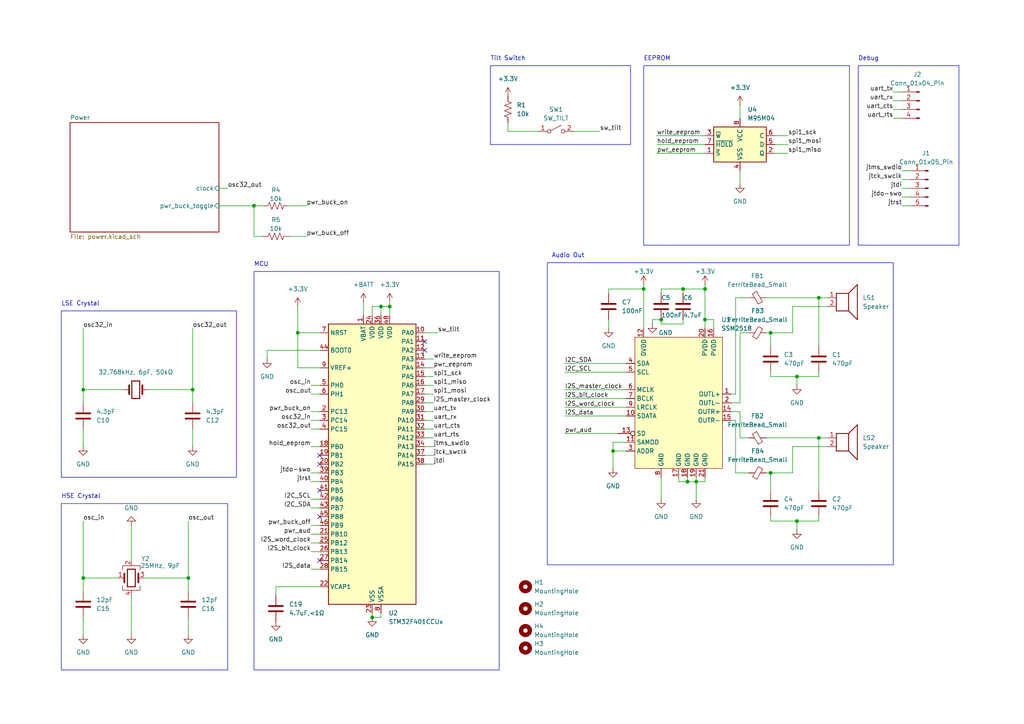
<source format=kicad_sch>
(kicad_sch (version 20231120) (generator "eeschema") (generator_version "8.0")
  (paper "A4")
  (lib_symbols
    (symbol "Connector:Conn_01x04_Pin" (pin_names (offset 1.016) hide)
      (property "Reference" "J" (at 0 5.08 0))
      (property "Value" "Conn_01x04_Pin" (at 0 -7.62 0))
      (symbol "Conn_01x04_Pin_1_1"
        (polyline (pts (xy 1.27 -5.08) (xy 0.8636 -5.08)) (stroke (width 0.1524)))
        (polyline (pts (xy 1.27 -2.54) (xy 0.8636 -2.54)) (stroke (width 0.1524)))
        (polyline (pts (xy 1.27 0) (xy 0.8636 0)) (stroke (width 0.1524)))
        (polyline (pts (xy 1.27 2.54) (xy 0.8636 2.54)) (stroke (width 0.1524)))
        (rectangle (start 0.8636 -4.953) (end 0 -5.207) (stroke (width 0.1524)) (fill (type outline)))
        (rectangle (start 0.8636 -2.413) (end 0 -2.667) (stroke (width 0.1524)) (fill (type outline)))
        (rectangle (start 0.8636 0.127) (end 0 -0.127) (stroke (width 0.1524)) (fill (type outline)))
        (rectangle (start 0.8636 2.667) (end 0 2.413) (stroke (width 0.1524)) (fill (type outline)))
        (pin passive line (at 5.08 2.54 180) (length 3.81) (name "Pin_1") (number "1"))
        (pin passive line (at 5.08 0 180) (length 3.81) (name "Pin_2") (number "2"))
        (pin passive line (at 5.08 -2.54 180) (length 3.81) (name "Pin_3") (number "3"))
        (pin passive line (at 5.08 -5.08 180) (length 3.81) (name "Pin_4") (number "4"))
      )
    )
    (symbol "Connector:Conn_01x05_Pin" (pin_names (offset 1.016) hide)
      (property "Reference" "J" (at 0 7.62 0))
      (property "Value" "Conn_01x05_Pin" (at 0 -7.62 0))
      (symbol "Conn_01x05_Pin_1_1"
        (polyline (pts (xy 1.27 -5.08) (xy 0.8636 -5.08)) (stroke (width 0.1524)))
        (polyline (pts (xy 1.27 -2.54) (xy 0.8636 -2.54)) (stroke (width 0.1524)))
        (polyline (pts (xy 1.27 0) (xy 0.8636 0)) (stroke (width 0.1524)))
        (polyline (pts (xy 1.27 2.54) (xy 0.8636 2.54)) (stroke (width 0.1524)))
        (polyline (pts (xy 1.27 5.08) (xy 0.8636 5.08)) (stroke (width 0.1524)))
        (rectangle (start 0.8636 -4.953) (end 0 -5.207) (stroke (width 0.1524)) (fill (type outline)))
        (rectangle (start 0.8636 -2.413) (end 0 -2.667) (stroke (width 0.1524)) (fill (type outline)))
        (rectangle (start 0.8636 0.127) (end 0 -0.127) (stroke (width 0.1524)) (fill (type outline)))
        (rectangle (start 0.8636 2.667) (end 0 2.413) (stroke (width 0.1524)) (fill (type outline)))
        (rectangle (start 0.8636 5.207) (end 0 4.953) (stroke (width 0.1524)) (fill (type outline)))
        (pin passive line (at 5.08 5.08 180) (length 3.81) (name "Pin_1") (number "1"))
        (pin passive line (at 5.08 2.54 180) (length 3.81) (name "Pin_2") (number "2"))
        (pin passive line (at 5.08 0 180) (length 3.81) (name "Pin_3") (number "3"))
        (pin passive line (at 5.08 -2.54 180) (length 3.81) (name "Pin_4") (number "4"))
        (pin passive line (at 5.08 -5.08 180) (length 3.81) (name "Pin_5") (number "5"))
      )
    )
    (symbol "Device:C" (pin_numbers hide) (pin_names (offset 0.254))
      (property "Reference" "C" (at 0.635 2.54 0))
      (property "Value" "C" (at 0.635 -2.54 0))
      (symbol "C_0_1"
        (polyline (pts (xy -2.032 -0.762) (xy 2.032 -0.762)) (stroke (width 0.508)))
        (polyline (pts (xy -2.032 0.762) (xy 2.032 0.762)) (stroke (width 0.508)))
      )
      (symbol "C_1_1"
        (pin passive line (at 0 3.81 270) (length 2.794) (name "~") (number "1"))
        (pin passive line (at 0 -3.81 90) (length 2.794) (name "~") (number "2"))
      )
    )
    (symbol "Device:Crystal" (pin_numbers hide) (pin_names (offset 1.016) hide)
      (property "Reference" "Y" (at 0 3.81 0))
      (property "Value" "Crystal" (at 0 -3.81 0))
      (symbol "Crystal_0_1"
        (rectangle (start -1.143 2.54) (end 1.143 -2.54) (stroke (width 0.3048)))
        (polyline (pts (xy -2.54 0) (xy -1.905 0)))
        (polyline (pts (xy -1.905 -1.27) (xy -1.905 1.27)) (stroke (width 0.508)))
        (polyline (pts (xy 1.905 -1.27) (xy 1.905 1.27)) (stroke (width 0.508)))
        (polyline (pts (xy 2.54 0) (xy 1.905 0)))
      )
      (symbol "Crystal_1_1"
        (pin passive line (at -3.81 0 0) (length 1.27) (name "1") (number "1"))
        (pin passive line (at 3.81 0 180) (length 1.27) (name "2") (number "2"))
      )
    )
    (symbol "Device:Crystal_GND24" (pin_names (offset 1.016) hide)
      (property "Reference" "Y" (at 3.175 5.08 0))
      (property "Value" "Crystal_GND24" (at 3.175 3.175 0))
      (symbol "Crystal_GND24_0_1"
        (rectangle (start -1.143 2.54) (end 1.143 -2.54) (stroke (width 0.3048)))
        (polyline (pts (xy -2.54 0) (xy -2.032 0)))
        (polyline (pts (xy -2.032 -1.27) (xy -2.032 1.27)) (stroke (width 0.508)))
        (polyline (pts (xy 0 -3.81) (xy 0 -3.556)))
        (polyline (pts (xy 0 3.556) (xy 0 3.81)))
        (polyline (pts (xy 2.032 -1.27) (xy 2.032 1.27)) (stroke (width 0.508)))
        (polyline (pts (xy 2.032 0) (xy 2.54 0)))
        (polyline (pts (xy -2.54 -2.286) (xy -2.54 -3.556) (xy 2.54 -3.556) (xy 2.54 -2.286)))
        (polyline (pts (xy -2.54 2.286) (xy -2.54 3.556) (xy 2.54 3.556) (xy 2.54 2.286)))
      )
      (symbol "Crystal_GND24_1_1"
        (pin passive line (at -3.81 0 0) (length 1.27) (name "1") (number "1"))
        (pin passive line (at 0 5.08 270) (length 1.27) (name "2") (number "2"))
        (pin passive line (at 3.81 0 180) (length 1.27) (name "3") (number "3"))
        (pin passive line (at 0 -5.08 90) (length 1.27) (name "4") (number "4"))
      )
    )
    (symbol "Device:FerriteBead_Small" (pin_numbers hide) (pin_names (offset 0))
      (property "Reference" "FB" (at 1.905 1.27 0))
      (property "Value" "FerriteBead_Small" (at 1.905 -1.27 0))
      (symbol "FerriteBead_Small_0_1"
        (polyline (pts (xy 0 -1.27) (xy 0 -0.7874)))
        (polyline (pts (xy 0 0.889) (xy 0 1.2954)))
        (polyline (pts (xy -1.8288 0.2794) (xy -1.1176 1.4986) (xy 1.8288 -0.2032) (xy 1.1176 -1.4224) (xy -1.8288 0.2794)))
      )
      (symbol "FerriteBead_Small_1_1"
        (pin passive line (at 0 2.54 270) (length 1.27) (name "~") (number "1"))
        (pin passive line (at 0 -2.54 90) (length 1.27) (name "~") (number "2"))
      )
    )
    (symbol "Device:R_US" (pin_numbers hide) (pin_names (offset 0))
      (property "Reference" "R" (at 2.54 0 90))
      (property "Value" "R_US" (at -2.54 0 90))
      (symbol "R_US_0_1"
        (polyline (pts (xy 0 -2.286) (xy 0 -2.54)))
        (polyline (pts (xy 0 2.286) (xy 0 2.54)))
        (polyline (pts (xy 0 -0.762) (xy 1.016 -1.143) (xy 0 -1.524) (xy -1.016 -1.905) (xy 0 -2.286)))
        (polyline (pts (xy 0 0.762) (xy 1.016 0.381) (xy 0 0) (xy -1.016 -0.381) (xy 0 -0.762)))
        (polyline (pts (xy 0 2.286) (xy 1.016 1.905) (xy 0 1.524) (xy -1.016 1.143) (xy 0 0.762)))
      )
      (symbol "R_US_1_1"
        (pin passive line (at 0 3.81 270) (length 1.27) (name "~") (number "1"))
        (pin passive line (at 0 -3.81 90) (length 1.27) (name "~") (number "2"))
      )
    )
    (symbol "Device:Speaker" (pin_names (offset 0) hide)
      (property "Reference" "LS" (at 1.27 5.715 0))
      (property "Value" "Speaker" (at 1.27 3.81 0))
      (symbol "Speaker_0_0"
        (rectangle (start -2.54 1.27) (end 1.016 -3.81) (stroke (width 0.254)))
        (polyline (pts (xy 1.016 1.27) (xy 3.556 3.81) (xy 3.556 -6.35) (xy 1.016 -3.81)) (stroke (width 0.254)))
      )
      (symbol "Speaker_1_1"
        (pin input line (at -5.08 0 0) (length 2.54) (name "1") (number "1"))
        (pin input line (at -5.08 -2.54 0) (length 2.54) (name "2") (number "2"))
      )
    )
    (symbol "Lou:SSM2518"
      (property "Reference" "U1" (at 13.97 16.51 0))
      (property "Value" "SSM2518" (at 13.97 13.97 0))
      (symbol "SSM2518_0_0"
        (pin output line (at 15.24 1.27 180) (length 2.54) (name "OUTL+") (number "1"))
        (pin input line (at -15.24 -5.08 0) (length 2.54) (name "SDATA") (number "10"))
        (pin input line (at -15.24 -12.7 0) (length 2.54) (name "SAMOD") (number "11"))
        (pin power_in line (at -10.16 20.32 270) (length 2.54) (name "DVDD") (number "12"))
        (pin output line (at 15.24 -3.81 180) (length 2.54) (name "OUTR+") (number "14"))
        (pin output line (at 15.24 -6.35 180) (length 2.54) (name "OUTR-") (number "15"))
        (pin power_in line (at 10.16 20.32 270) (length 2.54) (name "PVDD") (number "16"))
        (pin power_in line (at 0 -22.86 90) (length 2.54) (name "GND") (number "17"))
        (pin power_in line (at 2.54 -22.86 90) (length 2.54) (name "GND") (number "18"))
        (pin power_in line (at 5.08 -22.86 90) (length 2.54) (name "GND") (number "19"))
        (pin output line (at 15.24 -1.27 180) (length 2.54) (name "OUTL-") (number "2"))
        (pin power_in line (at 7.62 20.32 270) (length 2.54) (name "PVDD") (number "20"))
        (pin input line (at -15.24 -15.24 0) (length 2.54) (name "ADDR") (number "3"))
        (pin bidirectional line (at -15.24 10.16 0) (length 2.54) (name "SDA") (number "4"))
        (pin input line (at -15.24 7.62 0) (length 2.54) (name "SCL") (number "5"))
        (pin input line (at -15.24 2.54 0) (length 2.54) (name "MCLK") (number "6"))
        (pin input line (at -15.24 0 0) (length 2.54) (name "BCLK") (number "7"))
        (pin power_in line (at -5.08 -22.86 90) (length 2.54) (name "GND") (number "8"))
        (pin input line (at -15.24 -2.54 0) (length 2.54) (name "LRCLK") (number "9"))
      )
      (symbol "SSM2518_1_0"
        (pin input inverted (at -17.78 -10.16 0) (length 5.08) (name "SD") (number "13"))
        (pin passive line (at 7.62 -22.86 90) (length 2.54) (name "GND") (number "21"))
      )
      (symbol "SSM2518_1_1"
        (rectangle (start -12.7 17.78) (end 12.7 -20.32) (fill (type background)))
      )
    )
    (symbol "MCU_ST_STM32F4:STM32F401CCUx"
      (property "Reference" "U" (at -12.7 41.91 0))
      (property "Value" "STM32F401CCUx" (at 7.62 41.91 0))
      (symbol "STM32F401CCUx_0_1"
        (rectangle (start -12.7 -40.64) (end 12.7 40.64) (stroke (width 0.254)) (fill (type background)))
      )
      (symbol "STM32F401CCUx_1_1"
        (pin power_in line (at -2.54 43.18 270) (length 2.54) (name "VBAT") (number "1"))
        (pin bidirectional line (at 15.24 38.1 180) (length 2.54) (name "PA0") (number "10"))
        (pin bidirectional line (at 15.24 35.56 180) (length 2.54) (name "PA1") (number "11"))
        (pin bidirectional line (at 15.24 33.02 180) (length 2.54) (name "PA2") (number "12"))
        (pin bidirectional line (at 15.24 30.48 180) (length 2.54) (name "PA3") (number "13"))
        (pin bidirectional line (at 15.24 27.94 180) (length 2.54) (name "PA4") (number "14"))
        (pin bidirectional line (at 15.24 25.4 180) (length 2.54) (name "PA5") (number "15"))
        (pin bidirectional line (at 15.24 22.86 180) (length 2.54) (name "PA6") (number "16"))
        (pin bidirectional line (at 15.24 20.32 180) (length 2.54) (name "PA7") (number "17"))
        (pin bidirectional line (at -15.24 5.08 0) (length 2.54) (name "PB0") (number "18"))
        (pin bidirectional line (at -15.24 2.54 0) (length 2.54) (name "PB1") (number "19"))
        (pin bidirectional line (at -15.24 15.24 0) (length 2.54) (name "PC13") (number "2"))
        (pin bidirectional line (at -15.24 0 0) (length 2.54) (name "PB2") (number "20"))
        (pin bidirectional line (at -15.24 -20.32 0) (length 2.54) (name "PB10") (number "21"))
        (pin power_out line (at -15.24 -35.56 0) (length 2.54) (name "VCAP1") (number "22"))
        (pin power_in line (at 0 -43.18 90) (length 2.54) (name "VSS") (number "23"))
        (pin power_in line (at 0 43.18 270) (length 2.54) (name "VDD") (number "24"))
        (pin bidirectional line (at -15.24 -22.86 0) (length 2.54) (name "PB12") (number "25"))
        (pin bidirectional line (at -15.24 -25.4 0) (length 2.54) (name "PB13") (number "26"))
        (pin bidirectional line (at -15.24 -27.94 0) (length 2.54) (name "PB14") (number "27"))
        (pin bidirectional line (at -15.24 -30.48 0) (length 2.54) (name "PB15") (number "28"))
        (pin bidirectional line (at 15.24 17.78 180) (length 2.54) (name "PA8") (number "29"))
        (pin bidirectional line (at -15.24 12.7 0) (length 2.54) (name "PC14") (number "3"))
        (pin bidirectional line (at 15.24 15.24 180) (length 2.54) (name "PA9") (number "30"))
        (pin bidirectional line (at 15.24 12.7 180) (length 2.54) (name "PA10") (number "31"))
        (pin bidirectional line (at 15.24 10.16 180) (length 2.54) (name "PA11") (number "32"))
        (pin bidirectional line (at 15.24 7.62 180) (length 2.54) (name "PA12") (number "33"))
        (pin bidirectional line (at 15.24 5.08 180) (length 2.54) (name "PA13") (number "34"))
        (pin passive line (at 0 -43.18 90) (length 2.54) hide (name "VSS") (number "35"))
        (pin power_in line (at 2.54 43.18 270) (length 2.54) (name "VDD") (number "36"))
        (pin bidirectional line (at 15.24 2.54 180) (length 2.54) (name "PA14") (number "37"))
        (pin bidirectional line (at 15.24 0 180) (length 2.54) (name "PA15") (number "38"))
        (pin bidirectional line (at -15.24 -2.54 0) (length 2.54) (name "PB3") (number "39"))
        (pin bidirectional line (at -15.24 10.16 0) (length 2.54) (name "PC15") (number "4"))
        (pin bidirectional line (at -15.24 -5.08 0) (length 2.54) (name "PB4") (number "40"))
        (pin bidirectional line (at -15.24 -7.62 0) (length 2.54) (name "PB5") (number "41"))
        (pin bidirectional line (at -15.24 -10.16 0) (length 2.54) (name "PB6") (number "42"))
        (pin bidirectional line (at -15.24 -12.7 0) (length 2.54) (name "PB7") (number "43"))
        (pin input line (at -15.24 33.02 0) (length 2.54) (name "BOOT0") (number "44"))
        (pin bidirectional line (at -15.24 -15.24 0) (length 2.54) (name "PB8") (number "45"))
        (pin bidirectional line (at -15.24 -17.78 0) (length 2.54) (name "PB9") (number "46"))
        (pin passive line (at 0 -43.18 90) (length 2.54) hide (name "VSS") (number "47"))
        (pin power_in line (at 5.08 43.18 270) (length 2.54) (name "VDD") (number "48"))
        (pin passive line (at 0 -43.18 90) (length 2.54) hide (name "VSS") (number "49"))
        (pin bidirectional line (at -15.24 22.86 0) (length 2.54) (name "PH0") (number "5"))
        (pin bidirectional line (at -15.24 20.32 0) (length 2.54) (name "PH1") (number "6"))
        (pin input line (at -15.24 38.1 0) (length 2.54) (name "NRST") (number "7"))
        (pin power_in line (at 2.54 -43.18 90) (length 2.54) (name "VSSA") (number "8"))
        (pin input line (at -15.24 27.94 0) (length 2.54) (name "VREF+") (number "9"))
      )
    )
    (symbol "Mechanical:MountingHole" (pin_names (offset 1.016))
      (property "Reference" "H" (at 0 5.08 0))
      (property "Value" "MountingHole" (at 0 3.175 0))
      (symbol "MountingHole_0_1"
        (circle (center 0 0) (radius 1.27) (stroke (width 1.27)))
      )
    )
    (symbol "Memory_EEPROM:M95256-WMN6P"
      (property "Reference" "U" (at -7.62 6.35 0))
      (property "Value" "M95256-WMN6P" (at 2.54 -6.35 0))
      (symbol "M95256-WMN6P_1_1"
        (rectangle (start -7.62 5.08) (end 7.62 -5.08) (stroke (width 0.254)) (fill (type background)))
        (pin input line (at -10.16 -2.54 0) (length 2.54) (name "~{S}") (number "1"))
        (pin output line (at 10.16 -2.54 180) (length 2.54) (name "Q") (number "2"))
        (pin input line (at -10.16 2.54 0) (length 2.54) (name "~{W}") (number "3"))
        (pin power_in line (at 0 -7.62 90) (length 2.54) (name "VSS") (number "4"))
        (pin input line (at 10.16 0 180) (length 2.54) (name "D") (number "5"))
        (pin input line (at 10.16 2.54 180) (length 2.54) (name "C") (number "6"))
        (pin input line (at -10.16 0 0) (length 2.54) (name "~{HOLD}") (number "7"))
        (pin power_in line (at 0 7.62 270) (length 2.54) (name "VCC") (number "8"))
      )
    )
    (symbol "Switch:SW_SPST" (pin_names (offset 0) hide)
      (property "Reference" "SW" (at 0 3.175 0))
      (property "Value" "SW_SPST" (at 0 -2.54 0))
      (symbol "SW_SPST_0_0"
        (circle (center -2.032 0) (radius 0.508))
        (polyline (pts (xy -1.524 0.254) (xy 1.524 1.778)))
        (circle (center 2.032 0) (radius 0.508))
      )
      (symbol "SW_SPST_1_1"
        (pin passive line (at -5.08 0 0) (length 2.54) (name "A") (number "1"))
        (pin passive line (at 5.08 0 180) (length 2.54) (name "B") (number "2"))
      )
    )
    (symbol "power:+3.3V" (power) (pin_numbers hide) (pin_names (offset 0) hide)
      (property "Value" "+3.3V" (at 0 3.556 0))
      (symbol "+3.3V_0_1"
        (polyline (pts (xy -0.762 1.27) (xy 0 2.54)))
        (polyline (pts (xy 0 0) (xy 0 2.54)))
        (polyline (pts (xy 0 2.54) (xy 0.762 1.27)))
      )
      (symbol "+3.3V_1_1"
        (pin power_in line (at 0 0 90) (length 0) (name "~") (number "1"))
      )
    )
    (symbol "power:+BATT" (power) (pin_numbers hide) (pin_names (offset 0) hide)
      (property "Value" "+BATT" (at 0 3.556 0))
      (symbol "+BATT_0_1"
        (polyline (pts (xy -0.762 1.27) (xy 0 2.54)))
        (polyline (pts (xy 0 0) (xy 0 2.54)))
        (polyline (pts (xy 0 2.54) (xy 0.762 1.27)))
      )
      (symbol "+BATT_1_1"
        (pin power_in line (at 0 0 90) (length 0) (name "~") (number "1"))
      )
    )
    (symbol "power:GND" (power) (pin_numbers hide) (pin_names (offset 0) hide)
      (property "Value" "GND" (at 0 -3.81 0))
      (symbol "GND_0_1"
        (polyline (pts (xy 0 0) (xy 0 -1.27) (xy 1.27 -1.27) (xy 0 -2.54) (xy -1.27 -1.27) (xy 0 -1.27)))
      )
      (symbol "GND_1_1"
        (pin power_in line (at 0 0 270) (length 0) (name "~") (number "1"))
      )
    )
  )
  (junction (at 54.61 167.64))
  (junction (at 223.52 137.16))
  (junction (at 177.8 130.81))
  (junction (at 24.13 113.03))
  (junction (at 186.69 83.82))
  (junction (at 231.14 151.13))
  (junction (at 191.77 92.71))
  (junction (at 201.93 139.7))
  (junction (at 199.39 139.7))
  (junction (at 107.95 179.07))
  (junction (at 113.03 88.9))
  (junction (at 237.49 86.36))
  (junction (at 231.14 109.22))
  (junction (at 110.49 88.9))
  (junction (at 86.36 96.52))
  (junction (at 55.88 113.03))
  (junction (at 223.52 96.52))
  (junction (at 237.49 127))
  (junction (at 204.47 83.82))
  (junction (at 204.47 92.71))
  (junction (at 198.12 83.82))
  (junction (at 24.13 167.64))
  (junction (at 73.66 59.69))
  (no_connect (at 123.19 99.06))
  (no_connect (at 92.71 162.56))
  (no_connect (at 123.19 101.6))
  (no_connect (at 92.71 142.24))
  (no_connect (at 92.71 132.08))
  (no_connect (at 92.71 134.62))
  (no_connect (at 92.71 149.86))
  (wire (pts (xy 43.18 113.03) (xy 55.88 113.03)))
  (wire (pts (xy 90.17 160.02) (xy 92.71 160.02)))
  (wire (pts (xy 90.17 152.4) (xy 92.71 152.4)))
  (wire (pts (xy 191.77 85.09) (xy 191.77 83.82)))
  (wire (pts (xy 55.88 124.46) (xy 55.88 129.54)))
  (wire (pts (xy 186.69 83.82) (xy 186.69 95.25)))
  (wire (pts (xy 199.39 138.43) (xy 199.39 139.7)))
  (wire (pts (xy 222.25 96.52) (xy 223.52 96.52)))
  (wire (pts (xy 88.9 68.58) (xy 83.82 68.58)))
  (wire (pts (xy 55.88 113.03) (xy 55.88 116.84)))
  (wire (pts (xy 231.14 151.13) (xy 231.14 153.67)))
  (wire (pts (xy 224.79 44.45) (xy 228.6 44.45)))
  (wire (pts (xy 90.17 121.92) (xy 92.71 121.92)))
  (wire (pts (xy 147.32 35.56) (xy 147.32 38.1)))
  (wire (pts (xy 24.13 179.07) (xy 24.13 184.15)))
  (wire (pts (xy 231.14 111.76) (xy 231.14 109.22)))
  (wire (pts (xy 207.01 95.25) (xy 207.01 92.71)))
  (wire (pts (xy 191.77 93.98) (xy 198.12 93.98)))
  (wire (pts (xy 213.36 121.92) (xy 212.09 121.92)))
  (wire (pts (xy 259.08 26.67) (xy 261.62 26.67)))
  (wire (pts (xy 191.77 83.82) (xy 198.12 83.82)))
  (wire (pts (xy 237.49 127) (xy 237.49 142.24)))
  (wire (pts (xy 223.52 96.52) (xy 223.52 100.33)))
  (wire (pts (xy 86.36 96.52) (xy 86.36 106.68)))
  (wire (pts (xy 54.61 167.64) (xy 54.61 171.45)))
  (wire (pts (xy 214.63 96.52) (xy 214.63 116.84)))
  (wire (pts (xy 204.47 83.82) (xy 204.47 82.55)))
  (wire (pts (xy 92.71 170.18) (xy 80.01 170.18)))
  (wire (pts (xy 110.49 179.07) (xy 107.95 179.07)))
  (wire (pts (xy 123.19 114.3) (xy 125.73 114.3)))
  (wire (pts (xy 163.83 105.41) (xy 181.61 105.41)))
  (wire (pts (xy 123.19 109.22) (xy 125.73 109.22)))
  (wire (pts (xy 107.95 88.9) (xy 110.49 88.9)))
  (wire (pts (xy 191.77 92.71) (xy 191.77 93.98)))
  (wire (pts (xy 90.17 111.76) (xy 92.71 111.76)))
  (wire (pts (xy 214.63 127) (xy 217.17 127)))
  (wire (pts (xy 38.1 172.72) (xy 38.1 184.15)))
  (wire (pts (xy 204.47 92.71) (xy 204.47 83.82)))
  (wire (pts (xy 125.73 132.08) (xy 123.19 132.08)))
  (wire (pts (xy 240.03 88.9) (xy 229.87 88.9)))
  (wire (pts (xy 213.36 114.3) (xy 212.09 114.3)))
  (wire (pts (xy 177.8 130.81) (xy 177.8 135.89)))
  (wire (pts (xy 191.77 138.43) (xy 191.77 144.78)))
  (wire (pts (xy 73.66 68.58) (xy 73.66 59.69)))
  (wire (pts (xy 41.91 167.64) (xy 54.61 167.64)))
  (wire (pts (xy 222.25 86.36) (xy 237.49 86.36)))
  (wire (pts (xy 90.17 139.7) (xy 92.71 139.7)))
  (wire (pts (xy 76.2 68.58) (xy 73.66 68.58)))
  (wire (pts (xy 90.17 147.32) (xy 92.71 147.32)))
  (wire (pts (xy 177.8 130.81) (xy 181.61 130.81)))
  (wire (pts (xy 90.17 124.46) (xy 92.71 124.46)))
  (wire (pts (xy 86.36 88.9) (xy 86.36 96.52)))
  (wire (pts (xy 259.08 29.21) (xy 261.62 29.21)))
  (wire (pts (xy 186.69 83.82) (xy 176.53 83.82)))
  (wire (pts (xy 110.49 88.9) (xy 110.49 91.44)))
  (wire (pts (xy 237.49 149.86) (xy 237.49 151.13)))
  (wire (pts (xy 24.13 151.13) (xy 24.13 167.64)))
  (wire (pts (xy 110.49 177.8) (xy 110.49 179.07)))
  (wire (pts (xy 214.63 119.38) (xy 212.09 119.38)))
  (wire (pts (xy 90.17 137.16) (xy 92.71 137.16)))
  (wire (pts (xy 86.36 96.52) (xy 92.71 96.52)))
  (wire (pts (xy 229.87 129.54) (xy 240.03 129.54)))
  (wire (pts (xy 181.61 128.27) (xy 177.8 128.27)))
  (wire (pts (xy 223.52 137.16) (xy 223.52 142.24)))
  (wire (pts (xy 63.5 59.69) (xy 73.66 59.69)))
  (wire (pts (xy 237.49 86.36) (xy 240.03 86.36)))
  (wire (pts (xy 38.1 152.4) (xy 38.1 162.56)))
  (wire (pts (xy 125.73 119.38) (xy 123.19 119.38)))
  (wire (pts (xy 90.17 119.38) (xy 92.71 119.38)))
  (wire (pts (xy 163.83 107.95) (xy 181.61 107.95)))
  (wire (pts (xy 24.13 113.03) (xy 35.56 113.03)))
  (wire (pts (xy 261.62 49.53) (xy 264.16 49.53)))
  (wire (pts (xy 199.39 139.7) (xy 201.93 139.7)))
  (wire (pts (xy 237.49 86.36) (xy 237.49 100.33)))
  (wire (pts (xy 77.47 101.6) (xy 77.47 104.14)))
  (wire (pts (xy 125.73 127) (xy 123.19 127)))
  (wire (pts (xy 55.88 95.25) (xy 55.88 113.03)))
  (wire (pts (xy 127 96.52) (xy 123.19 96.52)))
  (wire (pts (xy 223.52 149.86) (xy 223.52 151.13)))
  (wire (pts (xy 24.13 167.64) (xy 24.13 171.45)))
  (wire (pts (xy 229.87 88.9) (xy 229.87 96.52)))
  (wire (pts (xy 207.01 92.71) (xy 204.47 92.71)))
  (wire (pts (xy 213.36 137.16) (xy 217.17 137.16)))
  (wire (pts (xy 214.63 49.53) (xy 214.63 53.34)))
  (wire (pts (xy 204.47 138.43) (xy 204.47 139.7)))
  (wire (pts (xy 163.83 120.65) (xy 181.61 120.65)))
  (wire (pts (xy 177.8 128.27) (xy 177.8 130.81)))
  (wire (pts (xy 231.14 109.22) (xy 223.52 109.22)))
  (wire (pts (xy 123.19 116.84) (xy 125.73 116.84)))
  (wire (pts (xy 73.66 59.69) (xy 76.2 59.69)))
  (wire (pts (xy 163.83 118.11) (xy 181.61 118.11)))
  (wire (pts (xy 24.13 95.25) (xy 24.13 113.03)))
  (wire (pts (xy 217.17 86.36) (xy 213.36 86.36)))
  (wire (pts (xy 176.53 83.82) (xy 176.53 85.09)))
  (wire (pts (xy 163.83 115.57) (xy 181.61 115.57)))
  (wire (pts (xy 125.73 124.46) (xy 123.19 124.46)))
  (wire (pts (xy 105.41 87.63) (xy 105.41 91.44)))
  (wire (pts (xy 24.13 124.46) (xy 24.13 129.54)))
  (wire (pts (xy 237.49 127) (xy 240.03 127)))
  (wire (pts (xy 90.17 165.1) (xy 92.71 165.1)))
  (wire (pts (xy 166.37 38.1) (xy 173.99 38.1)))
  (wire (pts (xy 80.01 170.18) (xy 80.01 172.72)))
  (wire (pts (xy 223.52 151.13) (xy 231.14 151.13)))
  (wire (pts (xy 189.23 92.71) (xy 191.77 92.71)))
  (wire (pts (xy 190.5 39.37) (xy 204.47 39.37)))
  (wire (pts (xy 259.08 31.75) (xy 261.62 31.75)))
  (wire (pts (xy 201.93 139.7) (xy 201.93 144.78)))
  (wire (pts (xy 113.03 88.9) (xy 113.03 91.44)))
  (wire (pts (xy 54.61 151.13) (xy 54.61 167.64)))
  (wire (pts (xy 125.73 104.14) (xy 123.19 104.14)))
  (wire (pts (xy 163.83 125.73) (xy 179.07 125.73)))
  (wire (pts (xy 213.36 86.36) (xy 213.36 114.3)))
  (wire (pts (xy 90.17 157.48) (xy 92.71 157.48)))
  (wire (pts (xy 214.63 116.84) (xy 212.09 116.84)))
  (wire (pts (xy 90.17 114.3) (xy 92.71 114.3)))
  (wire (pts (xy 90.17 144.78) (xy 92.71 144.78)))
  (wire (pts (xy 223.52 137.16) (xy 229.87 137.16)))
  (wire (pts (xy 163.83 113.03) (xy 181.61 113.03)))
  (wire (pts (xy 186.69 82.55) (xy 186.69 83.82)))
  (wire (pts (xy 214.63 127) (xy 214.63 119.38)))
  (wire (pts (xy 113.03 87.63) (xy 113.03 88.9)))
  (wire (pts (xy 54.61 179.07) (xy 54.61 184.15)))
  (wire (pts (xy 123.19 106.68) (xy 125.73 106.68)))
  (wire (pts (xy 201.93 139.7) (xy 201.93 138.43)))
  (wire (pts (xy 222.25 127) (xy 237.49 127)))
  (wire (pts (xy 261.62 54.61) (xy 264.16 54.61)))
  (wire (pts (xy 107.95 177.8) (xy 107.95 179.07)))
  (wire (pts (xy 196.85 139.7) (xy 199.39 139.7)))
  (wire (pts (xy 110.49 88.9) (xy 113.03 88.9)))
  (wire (pts (xy 24.13 113.03) (xy 24.13 116.84)))
  (wire (pts (xy 217.17 96.52) (xy 214.63 96.52)))
  (wire (pts (xy 224.79 39.37) (xy 228.6 39.37)))
  (wire (pts (xy 125.73 134.62) (xy 123.19 134.62)))
  (wire (pts (xy 63.5 54.61) (xy 66.04 54.61)))
  (wire (pts (xy 223.52 109.22) (xy 223.52 107.95)))
  (wire (pts (xy 261.62 57.15) (xy 264.16 57.15)))
  (wire (pts (xy 189.23 92.71) (xy 189.23 93.98)))
  (wire (pts (xy 92.71 101.6) (xy 77.47 101.6)))
  (wire (pts (xy 123.19 111.76) (xy 125.73 111.76)))
  (wire (pts (xy 224.79 41.91) (xy 228.6 41.91)))
  (wire (pts (xy 213.36 121.92) (xy 213.36 137.16)))
  (wire (pts (xy 229.87 137.16) (xy 229.87 129.54)))
  (wire (pts (xy 222.25 137.16) (xy 223.52 137.16)))
  (wire (pts (xy 231.14 109.22) (xy 237.49 109.22)))
  (wire (pts (xy 214.63 30.48) (xy 214.63 34.29)))
  (wire (pts (xy 147.32 38.1) (xy 156.21 38.1)))
  (wire (pts (xy 92.71 106.68) (xy 86.36 106.68)))
  (wire (pts (xy 229.87 96.52) (xy 223.52 96.52)))
  (wire (pts (xy 201.93 139.7) (xy 204.47 139.7)))
  (wire (pts (xy 90.17 129.54) (xy 92.71 129.54)))
  (wire (pts (xy 237.49 151.13) (xy 231.14 151.13)))
  (wire (pts (xy 24.13 167.64) (xy 34.29 167.64)))
  (wire (pts (xy 125.73 121.92) (xy 123.19 121.92)))
  (wire (pts (xy 90.17 154.94) (xy 92.71 154.94)))
  (wire (pts (xy 261.62 59.69) (xy 264.16 59.69)))
  (wire (pts (xy 237.49 109.22) (xy 237.49 107.95)))
  (wire (pts (xy 125.73 129.54) (xy 123.19 129.54)))
  (wire (pts (xy 190.5 44.45) (xy 204.47 44.45)))
  (wire (pts (xy 190.5 41.91) (xy 204.47 41.91)))
  (wire (pts (xy 261.62 52.07) (xy 264.16 52.07)))
  (wire (pts (xy 198.12 83.82) (xy 204.47 83.82)))
  (wire (pts (xy 198.12 83.82) (xy 198.12 85.09)))
  (wire (pts (xy 204.47 92.71) (xy 204.47 95.25)))
  (wire (pts (xy 198.12 93.98) (xy 198.12 92.71)))
  (wire (pts (xy 196.85 138.43) (xy 196.85 139.7)))
  (wire (pts (xy 88.9 59.69) (xy 83.82 59.69)))
  (wire (pts (xy 176.53 92.71) (xy 176.53 95.25)))
  (wire (pts (xy 107.95 88.9) (xy 107.95 91.44)))
  (wire (pts (xy 259.08 34.29) (xy 261.62 34.29)))
  (rectangle (start 142.24 19.05) (end 182.88 41.91))
  (rectangle (start 73.66 78.74) (end 144.78 194.31))
  (rectangle (start 248.92 19.05) (end 278.13 71.12))
  (rectangle (start 186.69 19.05) (end 246.38 71.12))
  (rectangle (start 158.75 76.2) (end 259.08 163.83))
  (rectangle (start 17.78 90.17) (end 68.58 138.43))
  (rectangle (start 17.78 146.05) (end 66.04 194.31))
  (text "HSE Crystal" (at 17.78 144.78 0) (effects (font (size 1.27 1.27)) (justify left bottom)))
  (text "MCU" (at 73.66 77.47 0) (effects (font (size 1.27 1.27)) (justify left bottom)))
  (text "Debug" (at 248.92 17.78 0) (effects (font (size 1.27 1.27)) (justify left bottom)))
  (text "Audio Out\n" (at 160.02 74.93 0) (effects (font (size 1.27 1.27)) (justify left bottom)))
  (text "EEPROM\n" (at 186.69 17.78 0) (effects (font (size 1.27 1.27)) (justify left bottom)))
  (text "Tilt Switch\n" (at 142.24 17.78 0) (effects (font (size 1.27 1.27)) (justify left bottom)))
  (text "LSE Crystal" (at 17.78 88.9 0) (effects (font (size 1.27 1.27)) (justify left bottom)))
  (label "jtdi" (at 261.62 54.61 180))
  (label "jtrst" (at 261.62 59.69 180))
  (label "osc_out" (at 90.17 114.3 180))
  (label "spi1_miso" (at 228.6 44.45 0))
  (label "pwr_buck_on" (at 88.9 59.69 0))
  (label "spi1_sck" (at 125.73 109.22 0))
  (label "osc32_in" (at 24.13 95.25 0))
  (label "I2S_data" (at 163.83 120.65 0))
  (label "write_eeprom" (at 190.5 39.37 0))
  (label "osc32_out" (at 90.17 124.46 180))
  (label "jtrst" (at 90.17 139.7 180))
  (label "pwr_aud" (at 163.83 125.73 0))
  (label "hold_eeprom" (at 190.5 41.91 0))
  (label "osc32_out" (at 55.88 95.25 0))
  (label "I2C_SCL" (at 90.17 144.78 180))
  (label "pwr_buck_on" (at 90.17 119.38 180))
  (label "I2S_word_clock" (at 163.83 118.11 0))
  (label "I2C_SDA" (at 90.17 147.32 180))
  (label "jtck_swclk" (at 125.73 132.08 0))
  (label "I2S_bit_clock" (at 163.83 115.57 0))
  (label "jtms_swdio" (at 125.73 129.54 0))
  (label "I2C_SDA" (at 163.83 105.41 0))
  (label "uart_rts" (at 125.73 127 0))
  (label "I2S_data" (at 90.17 165.1 180))
  (label "pwr_buck_off" (at 90.17 152.4 180))
  (label "I2S_bit_clock" (at 90.17 160.02 180))
  (label "spi1_mosi" (at 228.6 41.91 0))
  (label "jtdi" (at 125.73 134.62 0))
  (label "uart_rx" (at 125.73 121.92 0))
  (label "pwr_buck_off" (at 88.9 68.58 0))
  (label "uart_cts" (at 259.08 31.75 180))
  (label "jtdo-swo" (at 90.17 137.16 180))
  (label "osc_out" (at 54.61 151.13 0))
  (label "spi1_miso" (at 125.73 111.76 0))
  (label "pwr_eeprom" (at 190.5 44.45 0))
  (label "hold_eeprom" (at 90.17 129.54 180))
  (label "uart_tx" (at 259.08 26.67 180))
  (label "pwr_aud" (at 90.17 154.94 180))
  (label "osc32_out" (at 66.04 54.61 0))
  (label "uart_rts" (at 259.08 34.29 180))
  (label "I2S_master_clock" (at 125.73 116.84 0))
  (label "spi1_sck" (at 228.6 39.37 0))
  (label "osc32_in" (at 90.17 121.92 180))
  (label "uart_tx" (at 125.73 119.38 0))
  (label "sw_tilt" (at 173.99 38.1 0))
  (label "jtms_swdio" (at 261.62 49.53 180))
  (label "jtck_swclk" (at 261.62 52.07 180))
  (label "uart_rx" (at 259.08 29.21 180))
  (label "sw_tilt" (at 127 96.52 0))
  (label "write_eeprom" (at 125.73 104.14 0))
  (label "I2S_master_clock" (at 163.83 113.03 0))
  (label "osc_in" (at 90.17 111.76 180))
  (label "I2C_SCL" (at 163.83 107.95 0))
  (label "spi1_mosi" (at 125.73 114.3 0))
  (label "uart_cts" (at 125.73 124.46 0))
  (label "I2S_word_clock" (at 90.17 157.48 180))
  (label "osc_in" (at 24.13 151.13 0))
  (label "pwr_eeprom" (at 125.73 106.68 0))
  (label "jtdo-swo" (at 261.62 57.15 180))
  (symbol (lib_id "Switch:SW_SPST") (at 161.29 38.1 0) (unit 1)
    (property "Reference" "SW1" (at 161.29 31.75 0))
    (property "Value" "SW_TILT" (at 161.29 34.29 0))
    (property "Footprint" "Connector_PinHeader_2.54mm:PinHeader_1x02_P2.54mm_Vertical" (effects (hide yes)))
  )
  (symbol (lib_id "Device:C") (at 191.77 88.9 0) (unit 1)
    (property "Reference" "C5" (at 191.77 86.36 0) (effects (justify left)))
    (property "Value" "100nF" (at 191.77 91.44 0) (effects (justify left)))
    (property "Footprint" "Capacitor_SMD:C_0603_1608Metric" (effects (hide yes)))
  )
  (symbol (lib_id "power:GND") (at 24.13 184.15 0) (unit 1)
    (property "Reference" "#PWR028" (effects (hide yes)))
    (property "Value" "GND" (at 24.13 189.23 0))
    (property "Description" "Power symbol creates a global label with name \"GND\" , ground" (effects (hide yes)))
  )
  (symbol (lib_id "power:GND") (at 54.61 184.15 0) (unit 1)
    (property "Reference" "#PWR029" (effects (hide yes)))
    (property "Value" "GND" (at 54.61 189.23 0))
    (property "Description" "Power symbol creates a global label with name \"GND\" , ground" (effects (hide yes)))
  )
  (symbol (lib_id "Device:C") (at 237.49 104.14 0) (unit 1)
    (property "Reference" "C1" (at 241.3 102.87 0) (effects (justify left)))
    (property "Value" "470pF" (at 241.3 105.41 0) (effects (justify left)))
    (property "Footprint" "Capacitor_SMD:C_0603_1608Metric" (effects (hide yes)))
  )
  (symbol (lib_id "power:+3.3V") (at 204.47 82.55 0) (unit 1)
    (property "Reference" "#PWR012" (effects (hide yes)))
    (property "Value" "+3.3V" (at 204.47 78.74 0))
    (property "Description" "Power symbol creates a global label with name \"+3.3V\"" (effects (hide yes)))
  )
  (symbol (lib_id "power:GND") (at 38.1 184.15 0) (unit 1)
    (property "Reference" "#PWR038" (effects (hide yes)))
    (property "Value" "GND" (at 38.1 189.23 0))
    (property "Description" "Power symbol creates a global label with name \"GND\" , ground" (effects (hide yes)))
  )
  (symbol (lib_id "power:GND") (at 231.14 111.76 0) (unit 1)
    (property "Reference" "#PWR014" (effects (hide yes)))
    (property "Value" "GND" (at 231.14 116.84 0))
    (property "Description" "Power symbol creates a global label with name \"GND\" , ground" (effects (hide yes)))
  )
  (symbol (lib_id "Device:C") (at 223.52 146.05 0) (unit 1)
    (property "Reference" "C4" (at 227.33 144.78 0) (effects (justify left)))
    (property "Value" "470pF" (at 227.33 147.32 0) (effects (justify left)))
    (property "Footprint" "Capacitor_SMD:C_0603_1608Metric" (effects (hide yes)))
  )
  (symbol (lib_id "Mechanical:MountingHole") (at 152.4 176.53 0) (unit 1)
    (property "Reference" "H2" (at 154.94 175.26 0) (effects (justify left)))
    (property "Value" "MountingHole" (at 154.94 177.8 0) (effects (justify left)))
    (property "Footprint" "MountingHole:MountingHole_2.7mm_M2.5" (effects (hide yes)))
  )
  (symbol (lib_id "Memory_EEPROM:M95256-WMN6P") (at 214.63 41.91 0) (unit 1)
    (property "Reference" "U4" (at 216.8241 31.75 0) (effects (justify left)))
    (property "Value" "M95M04" (at 216.8241 34.29 0) (effects (justify left)))
    (property "Footprint" "Package_SO:TSSOP-8_4.4x3mm_P0.65mm" (effects (hide yes)))
    (property "Datasheet" "http://www.st.com/content/ccc/resource/technical/document/datasheet/9d/75/f0/3e/76/00/4c/0b/CD00103810.pdf/files/CD00103810.pdf/jcr:content/translations/en.CD00103810.pdf" (effects (hide yes)))
  )
  (symbol (lib_id "Device:C") (at 55.88 120.65 0) (mirror x) (unit 1)
    (property "Reference" "C12" (at 59.69 121.92 0) (effects (justify left)))
    (property "Value" "4.3pF" (at 59.69 119.38 0) (effects (justify left)))
    (property "Footprint" "Capacitor_SMD:C_0402_1005Metric" (effects (hide yes)))
  )
  (symbol (lib_id "power:GND") (at 38.1 152.4 180) (unit 1)
    (property "Reference" "#PWR039" (effects (hide yes)))
    (property "Value" "GND" (at 38.1 147.32 0))
    (property "Description" "Power symbol creates a global label with name \"GND\" , ground" (effects (hide yes)))
  )
  (symbol (lib_id "Device:C") (at 24.13 120.65 0) (mirror x) (unit 1)
    (property "Reference" "C10" (at 27.94 121.92 0) (effects (justify left)))
    (property "Value" "4.3pF" (at 27.94 119.38 0) (effects (justify left)))
    (property "Footprint" "Capacitor_SMD:C_0402_1005Metric" (effects (hide yes)))
  )
  (symbol (lib_id "Device:C") (at 54.61 175.26 0) (mirror x) (unit 1)
    (property "Reference" "C16" (at 58.42 176.53 0) (effects (justify left)))
    (property "Value" "12pF" (at 58.42 173.99 0) (effects (justify left)))
    (property "Footprint" "Capacitor_SMD:C_0402_1005Metric" (effects (hide yes)))
  )
  (symbol (lib_id "Device:R_US") (at 147.32 31.75 0) (unit 1)
    (property "Reference" "R1" (at 149.86 30.48 0) (effects (justify left)))
    (property "Value" "10k" (at 149.86 33.02 0) (effects (justify left)))
    (property "Footprint" "Resistor_SMD:R_0603_1608Metric" (effects (hide yes)))
  )
  (symbol (lib_id "power:GND") (at 80.01 180.34 0) (unit 1)
    (property "Reference" "#PWR021" (effects (hide yes)))
    (property "Value" "GND" (at 80.01 185.42 0))
    (property "Description" "Power symbol creates a global label with name \"GND\" , ground" (effects (hide yes)))
  )
  (symbol (lib_id "power:GND") (at 176.53 95.25 0) (unit 1)
    (property "Reference" "#PWR027" (effects (hide yes)))
    (property "Value" "GND" (at 176.53 100.33 0))
    (property "Description" "Power symbol creates a global label with name \"GND\" , ground" (effects (hide yes)))
  )
  (symbol (lib_id "Mechanical:MountingHole") (at 152.4 170.18 0) (unit 1)
    (property "Reference" "H1" (at 154.94 168.91 0) (effects (justify left)))
    (property "Value" "MountingHole" (at 154.94 171.45 0) (effects (justify left)))
    (property "Footprint" "MountingHole:MountingHole_2.7mm_M2.5" (effects (hide yes)))
  )
  (symbol (lib_id "Mechanical:MountingHole") (at 152.4 187.96 0) (unit 1)
    (property "Reference" "H3" (at 154.94 186.69 0) (effects (justify left)))
    (property "Value" "MountingHole" (at 154.94 189.23 0) (effects (justify left)))
    (property "Footprint" "MountingHole:MountingHole_2.7mm_M2.5" (effects (hide yes)))
  )
  (symbol (lib_id "power:+3.3V") (at 113.03 87.63 0) (unit 1)
    (property "Reference" "#PWR018" (effects (hide yes)))
    (property "Value" "+3.3V" (at 113.03 82.55 0))
    (property "Description" "Power symbol creates a global label with name \"+3.3V\"" (effects (hide yes)))
  )
  (symbol (lib_id "Device:R_US") (at 80.01 68.58 270) (unit 1)
    (property "Reference" "R5" (at 80.01 63.754 90))
    (property "Value" "10k" (at 80.01 66.294 90))
    (property "Footprint" "Resistor_SMD:R_0603_1608Metric" (effects (hide yes)))
    (property "Description" "Resistor, US symbol" (effects (hide yes)))
  )
  (symbol (lib_id "power:GND") (at 55.88 129.54 0) (unit 1)
    (property "Reference" "#PWR025" (effects (hide yes)))
    (property "Value" "GND" (at 55.88 134.62 0))
    (property "Description" "Power symbol creates a global label with name \"GND\" , ground" (effects (hide yes)))
  )
  (symbol (lib_id "Device:FerriteBead_Small") (at 219.71 96.52 270) (unit 1)
    (property "Reference" "FB3" (at 219.7481 90.17 90))
    (property "Value" "FerriteBead_Small" (at 219.7481 92.71 90))
    (property "Footprint" "Inductor_SMD:L_0402_1005Metric" (effects (hide yes)))
  )
  (symbol (lib_id "power:+3.3V") (at 147.32 27.94 0) (unit 1)
    (property "Reference" "#PWR07" (effects (hide yes)))
    (property "Value" "+3.3V" (at 147.32 22.86 0))
    (property "Description" "Power symbol creates a global label with name \"+3.3V\"" (effects (hide yes)))
  )
  (symbol (lib_id "Device:FerriteBead_Small") (at 219.71 137.16 270) (unit 1)
    (property "Reference" "FB4" (at 219.7481 130.81 90))
    (property "Value" "FerriteBead_Small" (at 219.7481 133.35 90))
    (property "Footprint" "Inductor_SMD:L_0402_1005Metric" (effects (hide yes)))
  )
  (symbol (lib_id "Device:Crystal_GND24") (at 38.1 167.64 0) (unit 1)
    (property "Reference" "Y2" (at 42.164 162.052 0))
    (property "Value" "25MHz, 9pF" (at 46.482 164.084 0))
    (property "Footprint" "Crystal:Crystal_SMD_3225-4Pin_3.2x2.5mm" (effects (hide yes)))
    (property "Description" "Four pin crystal, GND on pins 2 and 4" (effects (hide yes)))
  )
  (symbol (lib_id "power:GND") (at 201.93 144.78 0) (unit 1)
    (property "Reference" "#PWR015" (effects (hide yes)))
    (property "Value" "GND" (at 201.93 149.86 0))
    (property "Description" "Power symbol creates a global label with name \"GND\" , ground" (effects (hide yes)))
  )
  (symbol (lib_id "power:GND") (at 214.63 53.34 0) (unit 1)
    (property "Reference" "#PWR08" (effects (hide yes)))
    (property "Value" "GND" (at 214.63 58.42 0))
    (property "Description" "Power symbol creates a global label with name \"GND\" , ground" (effects (hide yes)))
  )
  (symbol (lib_id "Device:C") (at 223.52 104.14 0) (unit 1)
    (property "Reference" "C3" (at 227.33 102.87 0) (effects (justify left)))
    (property "Value" "470pF" (at 227.33 105.41 0) (effects (justify left)))
    (property "Footprint" "Capacitor_SMD:C_0603_1608Metric" (effects (hide yes)))
  )
  (symbol (lib_id "Device:Crystal") (at 39.37 113.03 0) (unit 1)
    (property "Reference" "Y1" (effects (hide yes)))
    (property "Value" "32.768kHz, 6pF, 50kΩ" (at 39.37 107.95 0))
    (property "Footprint" "Crystal:Crystal_SMD_3215-2Pin_3.2x1.5mm" (effects (hide yes)))
    (property "Description" "Two pin crystal" (effects (hide yes)))
  )
  (symbol (lib_id "power:+3.3V") (at 214.63 30.48 0) (unit 1)
    (property "Reference" "#PWR09" (effects (hide yes)))
    (property "Value" "+3.3V" (at 214.63 25.4 0))
    (property "Description" "Power symbol creates a global label with name \"+3.3V\"" (effects (hide yes)))
  )
  (symbol (lib_id "MCU_ST_STM32F4:STM32F401CCUx") (at 107.95 134.62 0) (unit 1)
    (property "Reference" "U2" (at 112.6841 177.8 0) (effects (justify left)))
    (property "Value" "STM32F401CCUx" (at 112.6841 180.34 0) (effects (justify left)))
    (property "Footprint" "Package_DFN_QFN:QFN-48-1EP_7x7mm_P0.5mm_EP5.6x5.6mm" (effects (hide yes)))
    (property "Datasheet" "https://www.st.com/resource/en/datasheet/stm32f401cc.pdf" (effects (hide yes)))
  )
  (symbol (lib_id "Device:R_US") (at 80.01 59.69 270) (unit 1)
    (property "Reference" "R4" (at 80.01 55.118 90))
    (property "Value" "10k" (at 80.01 57.658 90))
    (property "Footprint" "Resistor_SMD:R_0603_1608Metric" (effects (hide yes)))
    (property "Description" "Resistor, US symbol" (effects (hide yes)))
  )
  (symbol (lib_id "Device:FerriteBead_Small") (at 219.71 127 90) (mirror x) (unit 1)
    (property "Reference" "FB2" (at 219.6719 120.65 90))
    (property "Value" "FerriteBead_Small" (at 219.6719 123.19 90))
    (property "Footprint" "Inductor_SMD:L_0402_1005Metric" (effects (hide yes)))
  )
  (symbol (lib_id "Device:C") (at 237.49 146.05 0) (unit 1)
    (property "Reference" "C2" (at 241.3 144.78 0) (effects (justify left)))
    (property "Value" "470pF" (at 241.3 147.32 0) (effects (justify left)))
    (property "Footprint" "Capacitor_SMD:C_0603_1608Metric" (effects (hide yes)))
  )
  (symbol (lib_id "power:GND") (at 77.47 104.14 0) (unit 1)
    (property "Reference" "#PWR023" (effects (hide yes)))
    (property "Value" "GND" (at 77.47 109.22 0))
    (property "Description" "Power symbol creates a global label with name \"GND\" , ground" (effects (hide yes)))
  )
  (symbol (lib_id "power:GND") (at 177.8 135.89 0) (unit 1)
    (property "Reference" "#PWR013" (effects (hide yes)))
    (property "Value" "GND" (at 177.8 140.97 0))
    (property "Description" "Power symbol creates a global label with name \"GND\" , ground" (effects (hide yes)))
  )
  (symbol (lib_id "power:GND") (at 24.13 129.54 0) (unit 1)
    (property "Reference" "#PWR026" (effects (hide yes)))
    (property "Value" "GND" (at 24.13 134.62 0))
    (property "Description" "Power symbol creates a global label with name \"GND\" , ground" (effects (hide yes)))
  )
  (symbol (lib_id "power:+3.3V") (at 186.69 82.55 0) (unit 1)
    (property "Reference" "#PWR010" (effects (hide yes)))
    (property "Value" "+3.3V" (at 186.69 78.74 0))
    (property "Description" "Power symbol creates a global label with name \"+3.3V\"" (effects (hide yes)))
  )
  (symbol (lib_id "power:GND") (at 107.95 179.07 0) (unit 1)
    (property "Reference" "#PWR020" (effects (hide yes)))
    (property "Value" "GND" (at 107.95 184.15 0))
    (property "Description" "Power symbol creates a global label with name \"GND\" , ground" (effects (hide yes)))
  )
  (symbol (lib_id "Device:Speaker") (at 245.11 86.36 0) (unit 1)
    (property "Reference" "LS1" (at 250.19 86.36 0) (effects (justify left)))
    (property "Value" "Speaker" (at 250.19 88.9 0) (effects (justify left)))
    (property "Footprint" "Connector_JST:JST_PH_B2B-PH-K_1x02_P2.00mm_Vertical" (effects (hide yes)))
  )
  (symbol (lib_id "power:GND") (at 189.23 93.98 0) (unit 1)
    (property "Reference" "#PWR031" (effects (hide yes)))
    (property "Value" "GND" (at 193.04 96.52 0))
    (property "Description" "Power symbol creates a global label with name \"GND\" , ground" (effects (hide yes)))
  )
  (symbol (lib_id "Device:C") (at 24.13 175.26 0) (mirror x) (unit 1)
    (property "Reference" "C15" (at 27.94 176.53 0) (effects (justify left)))
    (property "Value" "12pF" (at 27.94 173.99 0) (effects (justify left)))
    (property "Footprint" "Capacitor_SMD:C_0402_1005Metric" (effects (hide yes)))
  )
  (symbol (lib_id "Connector:Conn_01x05_Pin") (at 269.24 54.61 0) (mirror y) (unit 1)
    (property "Reference" "J1" (at 268.605 44.45 0))
    (property "Value" "Conn_01x05_Pin" (at 268.605 46.99 0))
    (property "Footprint" "Connector_JST:JST_PH_B5B-PH-K_1x05_P2.00mm_Vertical" (effects (hide yes)))
  )
  (symbol (lib_id "Device:C") (at 176.53 88.9 0) (unit 1)
    (property "Reference" "C7" (at 180.34 87.63 0) (effects (justify left)))
    (property "Value" "100nF" (at 180.34 90.17 0) (effects (justify left)))
    (property "Footprint" "Capacitor_SMD:C_0603_1608Metric" (effects (hide yes)))
  )
  (symbol (lib_id "Device:Speaker") (at 245.11 127 0) (unit 1)
    (property "Reference" "LS2" (at 250.19 127 0) (effects (justify left)))
    (property "Value" "Speaker" (at 250.19 129.54 0) (effects (justify left)))
    (property "Footprint" "Connector_JST:JST_PH_B2B-PH-K_1x02_P2.00mm_Vertical" (effects (hide yes)))
  )
  (symbol (lib_id "Device:C") (at 198.12 88.9 0) (unit 1)
    (property "Reference" "C6" (at 198.12 86.36 0) (effects (justify left)))
    (property "Value" "4.7uF" (at 198.12 91.44 0) (effects (justify left)))
    (property "Footprint" "Capacitor_SMD:C_0603_1608Metric" (effects (hide yes)))
  )
  (symbol (lib_id "power:+3.3V") (at 86.36 88.9 0) (unit 1)
    (property "Reference" "#PWR019" (effects (hide yes)))
    (property "Value" "+3.3V" (at 86.36 83.82 0))
    (property "Description" "Power symbol creates a global label with name \"+3.3V\"" (effects (hide yes)))
  )
  (symbol (lib_id "Device:FerriteBead_Small") (at 219.71 86.36 90) (mirror x) (unit 1)
    (property "Reference" "FB1" (at 219.6719 80.01 90))
    (property "Value" "FerriteBead_Small" (at 219.6719 82.55 90))
    (property "Footprint" "Inductor_SMD:L_0402_1005Metric" (effects (hide yes)))
  )
  (symbol (lib_id "power:+BATT") (at 105.41 87.63 0) (unit 1)
    (property "Reference" "#PWR022" (effects (hide yes)))
    (property "Value" "+BATT" (at 105.41 82.55 0))
    (property "Description" "Power symbol creates a global label with name \"+BATT\"" (effects (hide yes)))
  )
  (symbol (lib_id "Lou:SSM2518") (at 196.85 115.57 0) (unit 1)
    (property "Reference" "U1" (at 209.2041 92.71 0) (effects (justify left)))
    (property "Value" "SSM2518" (at 209.2041 95.25 0) (effects (justify left)))
    (property "Footprint" "Package_DFN_QFN:QFN-20-1EP_4x4mm_P0.5mm_EP2.5x2.5mm" (effects (hide yes)))
  )
  (symbol (lib_id "power:GND") (at 231.14 153.67 0) (unit 1)
    (property "Reference" "#PWR016" (effects (hide yes)))
    (property "Value" "GND" (at 231.14 158.75 0))
    (property "Description" "Power symbol creates a global label with name \"GND\" , ground" (effects (hide yes)))
  )
  (symbol (lib_id "Connector:Conn_01x04_Pin") (at 266.7 29.21 0) (mirror y) (unit 1)
    (property "Reference" "J2" (at 266.065 21.59 0))
    (property "Value" "Conn_01x04_Pin" (at 266.065 24.13 0))
    (property "Footprint" "Connector_JST:JST_PH_B4B-PH-K_1x04_P2.00mm_Vertical" (effects (hide yes)))
  )
  (symbol (lib_id "power:GND") (at 191.77 144.78 0) (unit 1)
    (property "Reference" "#PWR011" (effects (hide yes)))
    (property "Value" "GND" (at 191.77 149.86 0))
    (property "Description" "Power symbol creates a global label with name \"GND\" , ground" (effects (hide yes)))
  )
  (symbol (lib_id "Mechanical:MountingHole") (at 152.4 182.88 0) (unit 1)
    (property "Reference" "H4" (at 154.94 181.61 0) (effects (justify left)))
    (property "Value" "MountingHole" (at 154.94 184.15 0) (effects (justify left)))
    (property "Footprint" "MountingHole:MountingHole_2.7mm_M2.5" (effects (hide yes)))
  )
  (symbol (lib_id "Device:C") (at 80.01 176.53 0) (unit 1)
    (property "Reference" "C19" (at 83.82 175.26 0) (effects (justify left)))
    (property "Value" "4.7uF,<1Ω" (at 83.82 177.8 0) (effects (justify left)))
    (property "Footprint" "Capacitor_SMD:CP_Elec_4x5.4" (effects (hide yes)))
  )
  (sheet (at 20.32 35.56) (size 43.18 31.75) (stroke (width 0.1524))
    (property "Sheetname" "Power" (at 20.32 34.8484 0) (effects (justify left bottom)))
    (property "Sheetfile" "power.kicad_sch" (at 20.32 67.8946 0) (effects (justify left top)))
    (pin "pwr_buck_toggle" input (at 63.5 59.69 0))
    (pin "clock" input (at 63.5 54.61 0))
  )
)
</source>
